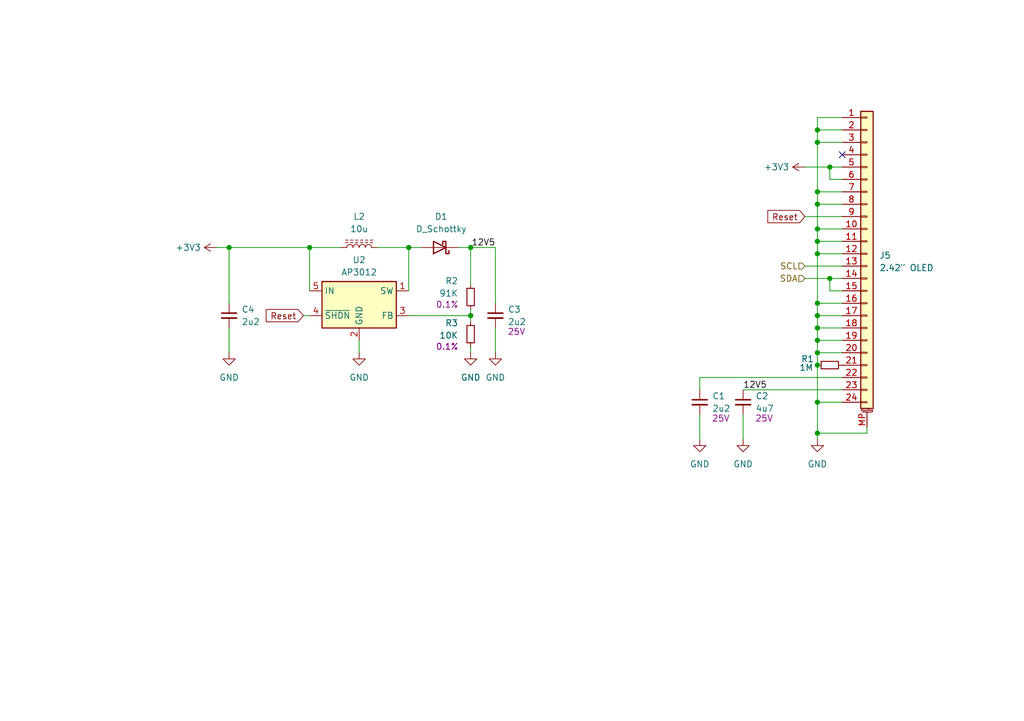
<source format=kicad_sch>
(kicad_sch (version 20241004) (generator "eeschema") (generator_version "8.99")
  (paper "A5")
  (lib_symbols
    (symbol "Connector_Generic_MountingPin:Conn_01x24_MountingPin" (pin_names (offset 1.016) (hide yes))
      (property "Reference" "J" (at 0 30.48 0))
      (property "Value" "Conn_01x24_MountingPin" (at 1.27 -33.02 0))
      (symbol "Conn_01x24_MountingPin_1_1"
        (rectangle (start -1.27 29.21) (end 1.27 -31.75) (stroke (width 0.254)) (fill (type background)))
        (rectangle (start -1.27 28.067) (end 0 27.813) (stroke (width 0.1524)))
        (rectangle (start -1.27 25.527) (end 0 25.273) (stroke (width 0.1524)))
        (rectangle (start -1.27 22.987) (end 0 22.733) (stroke (width 0.1524)))
        (rectangle (start -1.27 20.447) (end 0 20.193) (stroke (width 0.1524)))
        (rectangle (start -1.27 17.907) (end 0 17.653) (stroke (width 0.1524)))
        (rectangle (start -1.27 15.367) (end 0 15.113) (stroke (width 0.1524)))
        (rectangle (start -1.27 12.827) (end 0 12.573) (stroke (width 0.1524)))
        (rectangle (start -1.27 10.287) (end 0 10.033) (stroke (width 0.1524)))
        (rectangle (start -1.27 7.747) (end 0 7.493) (stroke (width 0.1524)))
        (rectangle (start -1.27 5.207) (end 0 4.953) (stroke (width 0.1524)))
        (rectangle (start -1.27 2.667) (end 0 2.413) (stroke (width 0.1524)))
        (rectangle (start -1.27 0.127) (end 0 -0.127) (stroke (width 0.1524)))
        (rectangle (start -1.27 -2.413) (end 0 -2.667) (stroke (width 0.1524)))
        (rectangle (start -1.27 -4.953) (end 0 -5.207) (stroke (width 0.1524)))
        (rectangle (start -1.27 -7.493) (end 0 -7.747) (stroke (width 0.1524)))
        (rectangle (start -1.27 -10.033) (end 0 -10.287) (stroke (width 0.1524)))
        (rectangle (start -1.27 -12.573) (end 0 -12.827) (stroke (width 0.1524)))
        (rectangle (start -1.27 -15.113) (end 0 -15.367) (stroke (width 0.1524)))
        (rectangle (start -1.27 -17.653) (end 0 -17.907) (stroke (width 0.1524)))
        (rectangle (start -1.27 -20.193) (end 0 -20.447) (stroke (width 0.1524)))
        (rectangle (start -1.27 -22.733) (end 0 -22.987) (stroke (width 0.1524)))
        (rectangle (start -1.27 -25.273) (end 0 -25.527) (stroke (width 0.1524)))
        (rectangle (start -1.27 -27.813) (end 0 -28.067) (stroke (width 0.1524)))
        (rectangle (start -1.27 -30.353) (end 0 -30.607) (stroke (width 0.1524)))
        (polyline (pts (xy -1.016 -32.512) (xy 1.016 -32.512)) (stroke (width 0.1524)))
        (text "Mounting" (at 0 -32.131 0) (effects (font (size 0.381 0.381))))
        (pin passive line (at -5.08 27.94 0) (length 3.81) (name "Pin_1") (number "1"))
        (pin passive line (at -5.08 25.4 0) (length 3.81) (name "Pin_2") (number "2"))
        (pin passive line (at -5.08 22.86 0) (length 3.81) (name "Pin_3") (number "3"))
        (pin passive line (at -5.08 20.32 0) (length 3.81) (name "Pin_4") (number "4"))
        (pin passive line (at -5.08 17.78 0) (length 3.81) (name "Pin_5") (number "5"))
        (pin passive line (at -5.08 15.24 0) (length 3.81) (name "Pin_6") (number "6"))
        (pin passive line (at -5.08 12.7 0) (length 3.81) (name "Pin_7") (number "7"))
        (pin passive line (at -5.08 10.16 0) (length 3.81) (name "Pin_8") (number "8"))
        (pin passive line (at -5.08 7.62 0) (length 3.81) (name "Pin_9") (number "9"))
        (pin passive line (at -5.08 5.08 0) (length 3.81) (name "Pin_10") (number "10"))
        (pin passive line (at -5.08 2.54 0) (length 3.81) (name "Pin_11") (number "11"))
        (pin passive line (at -5.08 0 0) (length 3.81) (name "Pin_12") (number "12"))
        (pin passive line (at -5.08 -2.54 0) (length 3.81) (name "Pin_13") (number "13"))
        (pin passive line (at -5.08 -5.08 0) (length 3.81) (name "Pin_14") (number "14"))
        (pin passive line (at -5.08 -7.62 0) (length 3.81) (name "Pin_15") (number "15"))
        (pin passive line (at -5.08 -10.16 0) (length 3.81) (name "Pin_16") (number "16"))
        (pin passive line (at -5.08 -12.7 0) (length 3.81) (name "Pin_17") (number "17"))
        (pin passive line (at -5.08 -15.24 0) (length 3.81) (name "Pin_18") (number "18"))
        (pin passive line (at -5.08 -17.78 0) (length 3.81) (name "Pin_19") (number "19"))
        (pin passive line (at -5.08 -20.32 0) (length 3.81) (name "Pin_20") (number "20"))
        (pin passive line (at -5.08 -22.86 0) (length 3.81) (name "Pin_21") (number "21"))
        (pin passive line (at -5.08 -25.4 0) (length 3.81) (name "Pin_22") (number "22"))
        (pin passive line (at -5.08 -27.94 0) (length 3.81) (name "Pin_23") (number "23"))
        (pin passive line (at -5.08 -30.48 0) (length 3.81) (name "Pin_24") (number "24"))
        (pin passive line (at 0 -35.56 90) (length 3.048) (name "MountPin") (number "MP"))
      )
    )
    (symbol "Device:C_Small" (pin_numbers (hide yes)) (pin_names (offset 0.254) (hide yes))
      (property "Reference" "C" (at 0.254 1.778 0))
      (property "Value" "C_Small" (at 0.254 -2.032 0))
      (symbol "C_Small_0_1"
        (polyline (pts (xy -1.524 0.508) (xy 1.524 0.508)) (stroke (width 0.3048)))
        (polyline (pts (xy -1.524 -0.508) (xy 1.524 -0.508)) (stroke (width 0.3302)))
      )
      (symbol "C_Small_1_1"
        (pin passive line (at 0 2.54 270) (length 2.032) (name "~") (number "1"))
        (pin passive line (at 0 -2.54 90) (length 2.032) (name "~") (number "2"))
      )
    )
    (symbol "Device:D_Schottky" (pin_numbers (hide yes)) (pin_names (offset 1.016) (hide yes))
      (property "Reference" "D" (at 0 2.54 0))
      (property "Value" "D_Schottky" (at 0 -2.54 0))
      (symbol "D_Schottky_0_1"
        (polyline (pts (xy -1.905 0.635) (xy -1.905 1.27) (xy -1.27 1.27) (xy -1.27 -1.27) (xy -0.635 -1.27) (xy -0.635 -0.635)) (stroke (width 0.254)))
        (polyline (pts (xy 1.27 1.27) (xy 1.27 -1.27) (xy -1.27 0) (xy 1.27 1.27)) (stroke (width 0.254)))
        (polyline (pts (xy 1.27 0) (xy -1.27 0)))
      )
      (symbol "D_Schottky_1_1"
        (pin passive line (at -3.81 0 0) (length 2.54) (name "K") (number "1"))
        (pin passive line (at 3.81 0 180) (length 2.54) (name "A") (number "2"))
      )
    )
    (symbol "Device:L_Ferrite" (pin_numbers (hide yes)) (pin_names (offset 1.016) (hide yes))
      (property "Reference" "L" (at -1.27 0 90))
      (property "Value" "L_Ferrite" (at 2.794 0 90))
      (symbol "L_Ferrite_0_1"
        (arc (start 0 2.54) (mid 0.6323 1.905) (end 0 1.27))
        (arc (start 0 1.27) (mid 0.6323 0.635) (end 0 0))
        (arc (start 0 0) (mid 0.6323 -0.635) (end 0 -1.27))
        (arc (start 0 -1.27) (mid 0.6323 -1.905) (end 0 -2.54))
        (polyline (pts (xy 1.016 2.286) (xy 1.016 2.794)))
        (polyline (pts (xy 1.016 1.27) (xy 1.016 1.778)))
        (polyline (pts (xy 1.016 0.254) (xy 1.016 0.762)))
        (polyline (pts (xy 1.016 -0.762) (xy 1.016 -0.254)))
        (polyline (pts (xy 1.016 -1.778) (xy 1.016 -1.27)))
        (polyline (pts (xy 1.016 -2.794) (xy 1.016 -2.286)))
        (polyline (pts (xy 1.524 2.794) (xy 1.524 2.286)))
        (polyline (pts (xy 1.524 1.778) (xy 1.524 1.27)))
        (polyline (pts (xy 1.524 0.762) (xy 1.524 0.254)))
        (polyline (pts (xy 1.524 -0.254) (xy 1.524 -0.762)))
        (polyline (pts (xy 1.524 -1.27) (xy 1.524 -1.778)))
        (polyline (pts (xy 1.524 -2.286) (xy 1.524 -2.794)))
      )
      (symbol "L_Ferrite_1_1"
        (pin passive line (at 0 3.81 270) (length 1.27) (name "1") (number "1"))
        (pin passive line (at 0 -3.81 90) (length 1.27) (name "2") (number "2"))
      )
    )
    (symbol "Device:R_Small" (pin_numbers (hide yes)) (pin_names (offset 0.254) (hide yes))
      (property "Reference" "R" (at 0.762 0.508 0))
      (property "Value" "R_Small" (at 0.762 -1.016 0))
      (symbol "R_Small_0_1"
        (rectangle (start -0.762 1.778) (end 0.762 -1.778) (stroke (width 0.2032)))
      )
      (symbol "R_Small_1_1"
        (pin passive line (at 0 2.54 270) (length 0.762) (name "~") (number "1"))
        (pin passive line (at 0 -2.54 90) (length 0.762) (name "~") (number "2"))
      )
    )
    (symbol "Regulator_Switching:AP3012"
      (property "Reference" "U" (at -7.62 5.715 0))
      (property "Value" "AP3012" (at 0 5.715 0))
      (symbol "AP3012_0_1"
        (rectangle (start -7.62 4.445) (end 7.62 -5.08) (stroke (width 0.254)) (fill (type background)))
      )
      (symbol "AP3012_1_1"
        (pin power_in line (at -10.16 2.54 0) (length 2.54) (name "IN") (number "5"))
        (pin input line (at -10.16 -2.54 0) (length 2.54) (name "~{SHDN}") (number "4"))
        (pin power_in line (at 0 -7.62 90) (length 2.54) (name "GND") (number "2"))
        (pin passive line (at 10.16 2.54 180) (length 2.54) (name "SW") (number "1"))
        (pin input line (at 10.16 -2.54 180) (length 2.54) (name "FB") (number "3"))
      )
    )
    (symbol "power:+3V3" (power) (pin_numbers (hide yes)) (pin_names (offset 0) (hide yes))
      (property "Value" "+3V3" (at 0 3.556 0))
      (symbol "+3V3_0_1"
        (polyline (pts (xy -0.762 1.27) (xy 0 2.54)))
        (polyline (pts (xy 0 2.54) (xy 0.762 1.27)))
        (polyline (pts (xy 0 0) (xy 0 2.54)))
      )
      (symbol "+3V3_1_1"
        (pin power_in line (at 0 0 90) (length 0) (name "~") (number "1"))
      )
    )
    (symbol "power:GND" (power) (pin_numbers (hide yes)) (pin_names (offset 0) (hide yes))
      (property "Value" "GND" (at 0 -3.81 0))
      (symbol "GND_0_1"
        (polyline (pts (xy 0 0) (xy 0 -1.27) (xy 1.27 -1.27) (xy 0 -2.54) (xy -1.27 -1.27) (xy 0 -1.27)))
      )
      (symbol "GND_1_1"
        (pin power_in line (at 0 0 270) (length 0) (name "~") (number "1"))
      )
    )
  )
  (junction (at 167.64 62.23))
  (junction (at 96.52 50.8))
  (junction (at 167.64 46.99))
  (junction (at 167.64 82.55))
  (junction (at 167.64 49.53))
  (junction (at 167.64 64.77))
  (junction (at 167.64 41.91))
  (junction (at 167.64 88.9))
  (junction (at 170.18 34.29))
  (junction (at 63.5 50.8))
  (junction (at 167.64 72.39))
  (junction (at 167.64 52.07))
  (junction (at 46.99 50.8))
  (junction (at 83.82 50.8))
  (junction (at 167.64 29.21))
  (junction (at 167.64 39.37))
  (junction (at 167.64 74.93))
  (junction (at 167.64 67.31))
  (junction (at 96.52 64.77))
  (junction (at 170.18 57.15))
  (junction (at 167.64 26.67))
  (junction (at 167.64 69.85))
  (no_connect (at 172.72 31.75))
  (wire (pts (xy 170.18 57.15) (xy 170.18 59.69)))
  (wire (pts (xy 63.5 50.8) (xy 63.5 59.69)))
  (wire (pts (xy 167.64 41.91) (xy 167.64 46.99)))
  (wire (pts (xy 167.64 82.55) (xy 172.72 82.55)))
  (wire (pts (xy 167.64 62.23) (xy 167.64 64.77)))
  (wire (pts (xy 167.64 29.21) (xy 167.64 39.37)))
  (wire (pts (xy 167.64 24.13) (xy 172.72 24.13)))
  (wire (pts (xy 73.66 72.39) (xy 73.66 69.85)))
  (wire (pts (xy 96.52 71.12) (xy 96.52 72.39)))
  (wire (pts (xy 170.18 34.29) (xy 172.72 34.29)))
  (wire (pts (xy 46.99 72.39) (xy 46.99 67.31)))
  (wire (pts (xy 167.64 88.9) (xy 177.8 88.9)))
  (wire (pts (xy 170.18 59.69) (xy 172.72 59.69)))
  (wire (pts (xy 167.64 62.23) (xy 172.72 62.23)))
  (wire (pts (xy 167.64 82.55) (xy 167.64 88.9)))
  (wire (pts (xy 167.64 26.67) (xy 167.64 29.21)))
  (wire (pts (xy 96.52 63.5) (xy 96.52 64.77)))
  (wire (pts (xy 44.45 50.8) (xy 46.99 50.8)))
  (wire (pts (xy 170.18 57.15) (xy 172.72 57.15)))
  (wire (pts (xy 165.1 57.15) (xy 170.18 57.15)))
  (wire (pts (xy 77.47 50.8) (xy 83.82 50.8)))
  (wire (pts (xy 167.64 72.39) (xy 172.72 72.39)))
  (wire (pts (xy 143.51 77.47) (xy 143.51 80.01)))
  (wire (pts (xy 93.98 50.8) (xy 96.52 50.8)))
  (wire (pts (xy 167.64 52.07) (xy 172.72 52.07)))
  (wire (pts (xy 101.6 67.31) (xy 101.6 72.39)))
  (wire (pts (xy 46.99 50.8) (xy 46.99 62.23)))
  (wire (pts (xy 167.64 64.77) (xy 172.72 64.77)))
  (wire (pts (xy 96.52 64.77) (xy 96.52 66.04)))
  (wire (pts (xy 167.64 88.9) (xy 167.64 90.17)))
  (wire (pts (xy 96.52 50.8) (xy 101.6 50.8)))
  (wire (pts (xy 46.99 50.8) (xy 63.5 50.8)))
  (wire (pts (xy 170.18 36.83) (xy 172.72 36.83)))
  (wire (pts (xy 143.51 77.47) (xy 172.72 77.47)))
  (wire (pts (xy 62.23 64.77) (xy 63.5 64.77)))
  (wire (pts (xy 167.64 46.99) (xy 172.72 46.99)))
  (wire (pts (xy 167.64 41.91) (xy 172.72 41.91)))
  (wire (pts (xy 165.1 34.29) (xy 170.18 34.29)))
  (wire (pts (xy 96.52 50.8) (xy 96.52 58.42)))
  (wire (pts (xy 167.64 69.85) (xy 167.64 72.39)))
  (wire (pts (xy 167.64 46.99) (xy 167.64 49.53)))
  (wire (pts (xy 167.64 67.31) (xy 167.64 69.85)))
  (wire (pts (xy 167.64 49.53) (xy 172.72 49.53)))
  (wire (pts (xy 167.64 64.77) (xy 167.64 67.31)))
  (wire (pts (xy 152.4 85.09) (xy 152.4 90.17)))
  (wire (pts (xy 167.64 39.37) (xy 172.72 39.37)))
  (wire (pts (xy 143.51 85.09) (xy 143.51 90.17)))
  (wire (pts (xy 167.64 69.85) (xy 172.72 69.85)))
  (wire (pts (xy 167.64 52.07) (xy 167.64 62.23)))
  (wire (pts (xy 167.64 74.93) (xy 167.64 82.55)))
  (wire (pts (xy 152.4 80.01) (xy 172.72 80.01)))
  (wire (pts (xy 170.18 34.29) (xy 170.18 36.83)))
  (wire (pts (xy 165.1 44.45) (xy 172.72 44.45)))
  (wire (pts (xy 167.64 26.67) (xy 172.72 26.67)))
  (wire (pts (xy 167.64 39.37) (xy 167.64 41.91)))
  (wire (pts (xy 165.1 54.61) (xy 172.72 54.61)))
  (wire (pts (xy 167.64 29.21) (xy 172.72 29.21)))
  (wire (pts (xy 167.64 72.39) (xy 167.64 74.93)))
  (wire (pts (xy 101.6 50.8) (xy 101.6 62.23)))
  (wire (pts (xy 83.82 50.8) (xy 83.82 59.69)))
  (wire (pts (xy 83.82 64.77) (xy 96.52 64.77)))
  (wire (pts (xy 177.8 88.9) (xy 177.8 87.63)))
  (wire (pts (xy 63.5 50.8) (xy 69.85 50.8)))
  (wire (pts (xy 86.36 50.8) (xy 83.82 50.8)))
  (wire (pts (xy 167.64 49.53) (xy 167.64 52.07)))
  (wire (pts (xy 167.64 67.31) (xy 172.72 67.31)))
  (wire (pts (xy 167.64 26.67) (xy 167.64 24.13)))
  (label "12V5" (at 101.6 50.8 180))
  (label "12V5" (at 152.4 80.01 0))
  (global_label "Reset" (shape input) (at 165.1 44.45 180) (property "Intersheetrefs" "${INTERSHEET_REFS}" (effects (hide yes))))
  (global_label "Reset" (shape input) (at 62.23 64.77 180) (property "Intersheetrefs" "${INTERSHEET_REFS}" (effects (hide yes))))
  (hierarchical_label "SCL" (shape input) (at 165.1 54.61 180))
  (hierarchical_label "SDA" (shape input) (at 165.1 57.15 180))
  (symbol (lib_id "Device:R_Small") (at 170.18 74.93 90) (unit 1)
    (property "Reference" "R1" (at 165.608 73.66 90))
    (property "Value" "1M" (at 165.354 75.438 90))
    (property "Footprint" "Resistor_SMD:R_0603_1608Metric" (effects (hide yes)))
    (property "Description" "Resistor, small symbol" (effects (hide yes)))
  )
  (symbol (lib_id "Device:L_Ferrite") (at 73.66 50.8 90) (unit 1)
    (property "Reference" "L2" (at 73.66 44.45 90))
    (property "Value" "10u" (at 73.66 46.99 90))
    (property "Footprint" "Inductor_SMD:L_1206_3216Metric" (effects (hide yes)))
    (property "Description" "Inductor with ferrite core" (effects (hide yes)))
    (property "LCSC" "C395029" (effects (hide yes)))
  )
  (symbol (lib_id "power:GND") (at 73.66 72.39 0) (unit 1)
    (property "Reference" "#PWR05" (effects (hide yes)))
    (property "Value" "GND" (at 73.66 77.47 0))
    (property "Description" "Power symbol creates a global label with name \"GND\" , ground" (effects (hide yes)))
  )
  (symbol (lib_id "Device:D_Schottky") (at 90.17 50.8 180) (unit 1)
    (property "Reference" "D1" (at 90.4875 44.45 0))
    (property "Value" "D_Schottky" (at 90.4875 46.99 0))
    (property "Description" "Schottky diode" (effects (hide yes)))
  )
  (symbol (lib_id "Regulator_Switching:AP3012") (at 73.66 62.23 0) (unit 1)
    (property "Reference" "U2" (at 73.66 53.34 0))
    (property "Value" "AP3012" (at 73.66 55.88 0))
    (property "Footprint" "Package_TO_SOT_SMD:SOT-23-5" (effects (hide yes)))
    (property "Datasheet" "https://www.diodes.com/assets/Datasheets/AP3012.pdf" (effects (hide yes)))
    (property "Description" "500mA, Adjustable Step-Up Voltage Regulator, 1.5MHz Frequency, SOT-23-5" (effects (hide yes)))
    (property "LCSC" "C102618" (effects (hide yes)))
  )
  (symbol (lib_id "power:GND") (at 143.51 90.17 0) (unit 1)
    (property "Reference" "#PWR01" (effects (hide yes)))
    (property "Value" "GND" (at 143.51 95.25 0))
    (property "Description" "Power symbol creates a global label with name \"GND\" , ground" (effects (hide yes)))
  )
  (symbol (lib_id "power:GND") (at 46.99 72.39 0) (unit 1)
    (property "Reference" "#PWR09" (effects (hide yes)))
    (property "Value" "GND" (at 46.99 77.47 0))
    (property "Description" "Power symbol creates a global label with name \"GND\" , ground" (effects (hide yes)))
  )
  (symbol (lib_id "power:GND") (at 167.64 90.17 0) (unit 1)
    (property "Reference" "#PWR04" (effects (hide yes)))
    (property "Value" "GND" (at 167.64 95.25 0))
    (property "Description" "Power symbol creates a global label with name \"GND\" , ground" (effects (hide yes)))
  )
  (symbol (lib_id "Device:C_Small") (at 101.6 64.77 0) (unit 1)
    (property "Reference" "C3" (at 104.14 63.5062 0) (effects (justify left)))
    (property "Value" "2u2" (at 104.14 66.0462 0) (effects (justify left)))
    (property "Description" "Unpolarized capacitor, small symbol" (effects (hide yes)))
    (property "Voltage" "25V" (at 105.918 68.072 0))
  )
  (symbol (lib_id "power:GND") (at 96.52 72.39 0) (unit 1)
    (property "Reference" "#PWR06" (effects (hide yes)))
    (property "Value" "GND" (at 96.52 77.47 0))
    (property "Description" "Power symbol creates a global label with name \"GND\" , ground" (effects (hide yes)))
  )
  (symbol (lib_id "power:GND") (at 101.6 72.39 0) (unit 1)
    (property "Reference" "#PWR07" (effects (hide yes)))
    (property "Value" "GND" (at 101.6 77.47 0))
    (property "Description" "Power symbol creates a global label with name \"GND\" , ground" (effects (hide yes)))
  )
  (symbol (lib_id "power:+3V3") (at 44.45 50.8 90) (unit 1)
    (property "Reference" "#PWR08" (effects (hide yes)))
    (property "Value" "+3V3" (at 38.608 50.8 90))
    (property "Description" "Power symbol creates a global label with name \"+3V3\"" (effects (hide yes)))
  )
  (symbol (lib_id "Device:C_Small") (at 143.51 82.55 0) (unit 1)
    (property "Reference" "C1" (at 146.05 81.2862 0) (effects (justify left)))
    (property "Value" "2u2" (at 146.05 83.8262 0) (effects (justify left)))
    (property "Description" "Unpolarized capacitor, small symbol" (effects (hide yes)))
    (property "Voltage" "25V" (at 147.828 85.852 0))
  )
  (symbol (lib_id "Device:R_Small") (at 96.52 60.96 0) (mirror y) (unit 1)
    (property "Reference" "R2" (at 93.98 57.658 0) (effects (justify left)))
    (property "Value" "91K" (at 93.98 60.198 0) (effects (justify left)))
    (property "Footprint" "Resistor_SMD:R_0603_1608Metric" (effects (hide yes)))
    (property "Description" "Resistor, small symbol" (effects (hide yes)))
    (property "LCSC" "C326721" (effects (hide yes)))
    (property "Tolerance" "0.1%" (at 91.694 62.484 0))
  )
  (symbol (lib_id "Device:C_Small") (at 46.99 64.77 0) (unit 1)
    (property "Reference" "C4" (at 49.53 63.5062 0) (effects (justify left)))
    (property "Value" "2u2" (at 49.53 66.0462 0) (effects (justify left)))
    (property "Description" "Unpolarized capacitor, small symbol" (effects (hide yes)))
  )
  (symbol (lib_id "power:+3V3") (at 165.1 34.29 90) (unit 1)
    (property "Reference" "#PWR03" (effects (hide yes)))
    (property "Value" "+3V3" (at 159.258 34.29 90))
    (property "Description" "Power symbol creates a global label with name \"+3V3\"" (effects (hide yes)))
  )
  (symbol (lib_id "Device:R_Small") (at 96.52 68.58 0) (mirror y) (unit 1)
    (property "Reference" "R3" (at 93.98 66.294 0) (effects (justify left)))
    (property "Value" "10K" (at 93.98 68.834 0) (effects (justify left)))
    (property "Footprint" "Resistor_SMD:R_0603_1608Metric" (effects (hide yes)))
    (property "Description" "Resistor, small symbol" (effects (hide yes)))
    (property "LCSC" "C95204" (effects (hide yes)))
    (property "Tolerance" "0.1%" (at 91.694 71.12 0))
  )
  (symbol (lib_id "Device:C_Small") (at 152.4 82.55 0) (unit 1)
    (property "Reference" "C2" (at 154.94 81.2862 0) (effects (justify left)))
    (property "Value" "4u7" (at 154.94 83.8262 0) (effects (justify left)))
    (property "Description" "Unpolarized capacitor, small symbol" (effects (hide yes)))
    (property "Voltage" "25V" (at 156.718 85.852 0))
  )
  (symbol (lib_id "power:GND") (at 152.4 90.17 0) (unit 1)
    (property "Reference" "#PWR02" (effects (hide yes)))
    (property "Value" "GND" (at 152.4 95.25 0))
    (property "Description" "Power symbol creates a global label with name \"GND\" , ground" (effects (hide yes)))
  )
  (symbol (lib_id "Connector_Generic_MountingPin:Conn_01x24_MountingPin") (at 177.8 52.07 0) (unit 1)
    (property "Reference" "J5" (at 180.34 52.4255 0) (effects (justify left)))
    (property "Value" "2.42\" OLED" (at 180.34 54.9655 0) (effects (justify left)))
    (property "Footprint" "Connector_FFC-FPC:Jushuo_AFC07-S24FCA-00_1x24-1MP_P0.50_Horizontal" (effects (hide yes)))
    (property "Description" "Generic connectable mounting pin connector, single row, 01x24, script generated (kicad-library-utils/schlib/autogen/connector/)" (effects (hide yes)))
    (property "LCSC" "C262567" (effects (hide yes)))
  )
)
</source>
